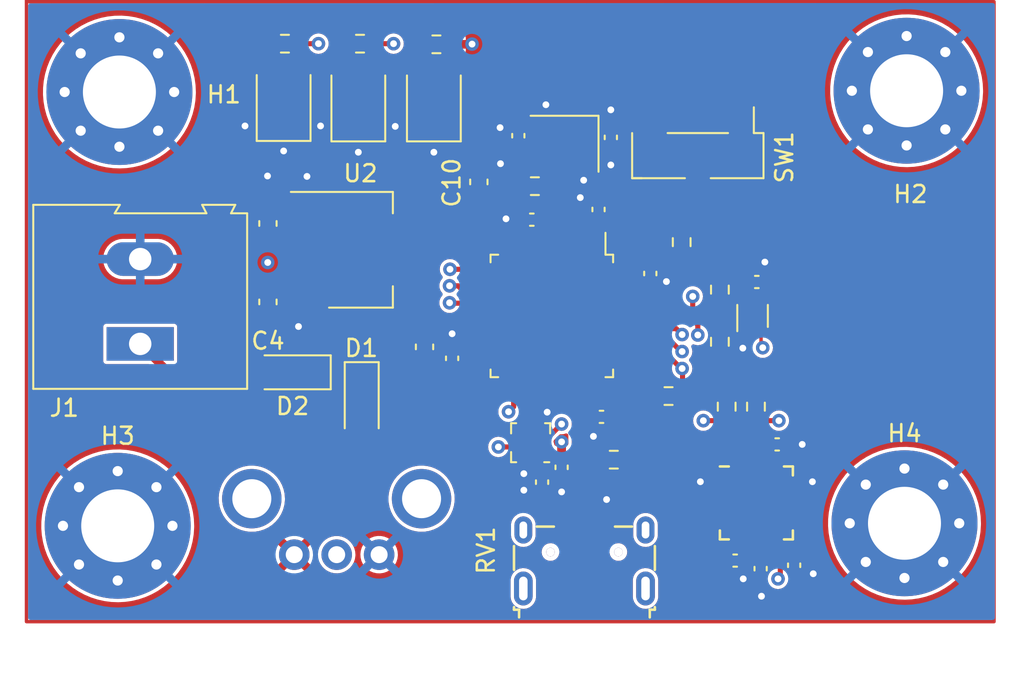
<source format=kicad_pcb>
(kicad_pcb (version 20211014) (generator pcbnew)
  (layers (0 "F.Cu" mixed) (1 "In1.Cu" signal) (2 "In2.Cu" signal) (31 "B.Cu" power) (34 "B.Paste" user) (35 "F.Paste" user) (36 "B.SilkS" user "B.Silkscreen") (37 "F.SilkS" user "F.Silkscreen") (38 "B.Mask" user) (39 "F.Mask" user) (44 "Edge.Cuts" user))
  (net 0 "")
  (net 1 "+3V3")
  (net 2 "GND")
  (net 3 "Net-(C4-Pad2)")
  (net 4 "/Crystal_In")
  (net 5 "Net-(C11-Pad1)")
  (net 6 "Net-(C16-Pad1)")
  (net 7 "VBUS")
  (net 8 "+BATT")
  (net 9 "Net-(D3-Pad2)")
  (net 10 "Net-(D4-Pad2)")
  (net 11 "Net-(D5-Pad2)")
  (net 14 "/PWM_Out")
  (net 15 "/Alert_Notif")
  (net 16 "/Crystal_Out")
  (net 17 "Net-(C17-Pad1)")
  (net 18 "/BMP_CSB")
  (net 19 "/Temp_ALERT")
  (net 20 "/Boot_Mode")
  (net 21 "Net-(R11-Pad2)")
  (net 22 "/RV_In")
  (net 27 "/MPU_INT")
  (net 37 "/BMP_SCK")
  (net 38 "/BMP_SDO")
  (net 39 "/BMP_SDI")
  (net 45 "/BMP_INT")
  (net 50 "/USB_D-")
  (net 51 "/USB_D+")
  (net 52 "/SCL0")
  (net 53 "/SDA0")
  (footprint "Sensor_Motion:InvenSense_QFN-24_4x4mm_P0.5mm" (layer "F.Cu") (at 64.85 93.425)
    (fp_text reference "U4")
    (fp_text value "MPU-6050")
  )
  (footprint "MountingHole:MountingHole_4.3mm_M4_Pad_Via" (layer "F.Cu") (at 27.225 94.775)
    (fp_text reference "H3")
    (fp_text value "MountingHole_Pad")
  )
  (footprint "LED_SMD:LED_1210_3225Metric" (layer "F.Cu") (at 37 69.8 90)
    (fp_text reference "D5")
    (fp_text value "LED_Red")
  )
  (footprint "Diode_SMD:D_SOD-123" (layer "F.Cu") (at 41.6 87.375 -90)
    (fp_text reference "D1")
    (fp_text value "1N5819")
  )
  (footprint "Capacitor_SMD:C_0402_1005Metric" (layer "F.Cu") (at 55.725 88.35 180)
    (fp_text reference "C2")
    (fp_text value "100nF")
  )
  (footprint "Capacitor_SMD:C_0402_1005Metric" (layer "F.Cu") (at 67.075 97.1 -90)
    (fp_text reference "C15")
    (fp_text value "100nF")
  )
  (footprint "Capacitor_SMD:C_0402_1005Metric" (layer "F.Cu") (at 46.925 84.9 90)
    (fp_text reference "C3")
    (fp_text value "100nF")
  )
  (footprint "Capacitor_SMD:C_0402_1005Metric" (layer "F.Cu") (at 55.55 76.125 90)
    (fp_text reference "C1")
    (fp_text value "100nF")
  )
  (footprint "LED_SMD:LED_1210_3225Metric" (layer "F.Cu") (at 45.85 69.825 90)
    (fp_text reference "D3")
    (fp_text value "LED_Green")
  )
  (footprint "Capacitor_SMD:C_0402_1005Metric" (layer "F.Cu") (at 50.825 71.775 90)
    (fp_text reference "C11")
    (fp_text value "12pF")
  )
  (footprint "MountingHole:MountingHole_4.3mm_M4_Pad_Via" (layer "F.Cu") (at 27.325 69.2)
    (fp_text reference "H1")
    (fp_text value "MountingHole_Pad")
  )
  (footprint "Capacitor_SMD:C_0402_1005Metric" (layer "F.Cu") (at 53.375 91.325 90)
    (fp_text reference "C12")
    (fp_text value "100nF")
  )
  (footprint "Package_QFP:LQFP-48_7x7mm_P0.5mm" (layer "F.Cu") (at 52.8 82.4 -90)
    (fp_text reference "U1")
    (fp_text value "STM32F302C8Tx")
  )
  (footprint "Resistor_SMD:R_0603_1608Metric" (layer "F.Cu") (at 60.45 78.05 90)
    (fp_text reference "R11")
    (fp_text value "10k")
  )
  (footprint "Package_TO_SOT_SMD:SOT-223-3_TabPin2" (layer "F.Cu") (at 41.525 78.5)
    (fp_text reference "U2")
    (fp_text value "AMS1117-3.3")
  )
  (footprint "Capacitor_SMD:C_0402_1005Metric" (layer "F.Cu") (at 56.275 71.875 -90)
    (fp_text reference "C9")
    (fp_text value "12pF")
  )
  (footprint "Resistor_SMD:R_0603_1608Metric" (layer "F.Cu") (at 56.45 90.875)
    (fp_text reference "R2")
    (fp_text value "1.5k")
  )
  (footprint "Resistor_SMD:R_0603_1608Metric" (layer "F.Cu") (at 62.7 83.925 90)
    (fp_text reference "R9")
    (fp_text value "4.7k")
  )
  (footprint "Resistor_SMD:R_0603_1608Metric" (layer "F.Cu") (at 51.8 74.75)
    (fp_text reference "R5")
    (fp_text value "47")
  )
  (footprint "Resistor_SMD:R_0603_1608Metric" (layer "F.Cu") (at 63.1 87.75 -90)
    (fp_text reference "R6")
    (fp_text value "4.7k")
  )
  (footprint "Capacitor_SMD:C_0603_1608Metric" (layer "F.Cu") (at 48.5 74.5 90)
    (fp_text reference "C10")
    (fp_text value "1uF")
  )
  (footprint "Capacitor_SMD:C_0402_1005Metric" (layer "F.Cu") (at 63.6 96.825 180)
    (fp_text reference "C14")
    (fp_text value "10nF")
  )
  (footprint "Capacitor_SMD:C_0402_1005Metric" (layer "F.Cu") (at 58.6 79.9 -90)
    (fp_text reference "C5")
    (fp_text value "100nF")
  )
  (footprint "Capacitor_SMD:C_0402_1005Metric" (layer "F.Cu") (at 65.1 97.3 -90)
    (fp_text reference "C17")
    (fp_text value "100nF")
  )
  (footprint "Capacitor_SMD:C_0402_1005Metric" (layer "F.Cu") (at 64.875 80.4)
    (fp_text reference "C18")
    (fp_text value "100nF")
  )
  (footprint "Resistor_SMD:R_0603_1608Metric" (layer "F.Cu") (at 46 66.3875)
    (fp_text reference "R1")
    (fp_text value "330")
  )
  (footprint "Capacitor_SMD:C_0603_1608Metric" (layer "F.Cu") (at 36.075 76.95 -90)
    (fp_text reference "C7")
    (fp_text value "10uF")
  )
  (footprint "Crystal:Crystal_SMD_3225-4Pin_3.2x2.5mm" (layer "F.Cu") (at 53.55 72.25 180)
    (fp_text reference "Y1")
    (fp_text value "X322516MLB4SI")
  )
  (footprint "Resistor_SMD:R_0603_1608Metric" (layer "F.Cu") (at 37.075 66.35 180)
    (fp_text reference "R4")
    (fp_text value "330")
  )
  (footprint "TerminalBlock:TerminalBlock_Altech_AK300-2_P5.00mm" (layer "F.Cu") (at 28.55 84.05 90)
    (fp_text reference "J1")
    (fp_text value "Screw_Terminal_01x02")
  )
  (footprint "Capacitor_SMD:C_0402_1005Metric" (layer "F.Cu") (at 66.075 89.975)
    (fp_text reference "C16")
    (fp_text value "2.2nF")
  )
  (footprint "LED_SMD:LED_1210_3225Metric" (layer "F.Cu") (at 41.4 69.825 90)
    (fp_text reference "D4")
    (fp_text value "LED_Blue")
  )
  (footprint "Resistor_SMD:R_0603_1608Metric" (layer "F.Cu") (at 59.675 87.125)
    (fp_text reference "R8")
    (fp_text value "4.7k")
  )
  (footprint "MountingHole:MountingHole_4.3mm_M4_Pad_Via" (layer "F.Cu") (at 73.575 94.625)
    (fp_text reference "H4")
    (fp_text value "MountingHole_Pad")
  )
  (footprint "Resistor_SMD:R_0603_1608Metric" (layer "F.Cu") (at 41.5 66.35 180)
    (fp_text reference "R3")
    (fp_text value "330")
  )
  (footprint "Package_LGA:ST_HLGA-10_2.5x2.5mm_P0.6mm_LayoutBorder3x2y" (layer "F.Cu") (at 51.55 89.875 -90)
    (fp_text reference "U3")
    (fp_text value "BMP388")
  )
  (footprint "MountingHole:MountingHole_4.3mm_M4_Pad_Via" (layer "F.Cu") (at 73.7 69.125)
    (fp_text reference "H2")
    (fp_text value "MountingHole_Pad")
  )
  (footprint "Potentiometer_THT:Potentiometer_Alps_RK09K_Single_Horizontal" (layer "F.Cu") (at 37.875 96.225 -90)
    (fp_text reference "RV1")
    (fp_text value "R_Potentiometer")
  )
  (footprint "Package_TO_SOT_SMD:SOT-563" (layer "F.Cu") (at 64.625 82.4 90)
    (fp_text reference "U5")
    (fp_text value "TMP112")
  )
  (footprint "Capacitor_SMD:C_0402_1005Metric" (layer "F.Cu") (at 52.225 92.2 90)
    (fp_text reference "C13")
    (fp_text value "100nF")
  )
  (footprint "Connector_PinHeader_2.54mm:PinHeader_1x03_P2.54mm_Vertical_SMD_Pin1Left" (layer "F.Cu") (at 61.4 72.95 -90)
    (fp_text reference "SW1")
    (fp_text value "SW_SPDT")
  )
  (footprint "Connector_USB:USB_Micro-B_Wuerth_629105150521" (layer "F.Cu") (at 54.97 96.72)
    (fp_text reference "J2")
    (fp_text value "USB_B_Micro")
  )
  (footprint "Diode_SMD:D_SOD-123" (layer "F.Cu") (at 37.525 85.725 180)
    (fp_text reference "D2")
    (fp_text value "1N5819")
  )
  (footprint "Capacitor_SMD:C_0603_1608Metric" (layer "F.Cu") (at 45.3 84.225 90)
    (fp_text reference "C6")
    (fp_text value "4.7uF")
  )
  (footprint "Resistor_SMD:R_0603_1608Metric" (layer "F.Cu") (at 64.825 87.75 -90)
    (fp_text reference "R7")
    (fp_text value "4.7k")
  )
  (footprint "Resistor_SMD:R_0603_1608Metric" (layer "F.Cu") (at 62.7 80.85 -90)
    (fp_text reference "R10")
    (fp_text value "4.7k")
  )
  (footprint "Capacitor_SMD:C_0402_1005Metric" (layer "F.Cu") (at 51.62 76.725)
    (fp_text reference "C8")
    (fp_text value "100nF")
  )
  (footprint "Capacitor_SMD:C_0603_1608Metric" (layer "F.Cu") (at 36.075 81.575 90)
    (fp_text reference "C4")
    (fp_text value "10uF")
  )
  (gr_rect (start 21.85 63.875) (end 78.85 100.425) (layer "F.Cu") (width 0.2) (fill none))
  (segment (start 52.3 90.125) (end 53.02 90.845) (width 0.3) (layer "F.Cu") (net 1))
  (segment (start 45.68 85.38) (end 45.3 85) (width 0.3) (layer "F.Cu") (net 1))
  (segment (start 51.14 76.725) (end 51.14 76.989639) (width 0.3) (layer "F.Cu") (net 1))
  (segment (start 63.12 96.825) (end 63.12 96.73) (width 0.3) (layer "F.Cu") (net 1))
  (segment (start 63.12 96.73) (end 63.70048 96.14952) (width 0.3) (layer "F.Cu") (net 1))
  (segment (start 46.825 66.3875) (end 48.0875 66.3875) (width 0.3) (layer "F.Cu") (net 1))
  (segment (start 36.85 78.5) (end 36.075 77.725) (width 0.5) (layer "F.Cu") (net 1))
  (segment (start 55.55 76.605) (end 55.55 78.2375) (width 0.3) (layer "F.Cu") (net 1))
  (segment (start 48.0875 66.3875) (end 48.1 66.375) (width 0.3) (layer "F.Cu") (net 1))
  (segment (start 52.225 91.72) (end 52.225 90.8125) (width 0.3) (layer "F.Cu") (net 1))
  (segment (start 47.155 85.15) (end 46.925 85.38) (width 0.3) (layer "F.Cu") (net 1))
  (segment (start 56.9625 79.65) (end 58.37 79.65) (width 0.3) (layer "F.Cu") (net 1))
  (segment (start 67.075 96.62) (end 67.075 94.95) (width 0.3) (layer "F.Cu") (net 1))
  (segment (start 51.14 76.989639) (end 51.55 77.399639) (width 0.3) (layer "F.Cu") (net 1))
  (segment (start 58.37 79.65) (end 58.6 79.42) (width 0.3) (layer "F.Cu") (net 1))
  (segment (start 63.850841 96.14952) (end 64.1 95.900361) (width 0.3) (layer "F.Cu") (net 1))
  (segment (start 38.375 78.5) (end 36.85 78.5) (width 0.5) (layer "F.Cu") (net 1))
  (segment (start 53.02 90.845) (end 53.375 90.845) (width 0.3) (layer "F.Cu") (net 1))
  (segment (start 52.225 90.8125) (end 52.05 90.6375) (width 0.3) (layer "F.Cu") (net 1))
  (segment (start 36.0625 77.7375) (end 36.075 77.725) (width 0.5) (layer "F.Cu") (net 1))
  (segment (start 64.1 95.900361) (end 64.1 95.375) (width 0.3) (layer "F.Cu") (net 1))
  (segment (start 56.205 87.2175) (end 56.205 88.35) (width 0.3) (layer "F.Cu") (net 1))
  (segment (start 64.625 80.63) (end 64.395 80.4) (width 0.2) (layer "F.Cu") (net 1))
  (segment (start 64.625 81.9) (end 64.625 80.63) (width 0.2) (layer "F.Cu") (net 1))
  (segment (start 46.925 85.38) (end 45.68 85.38) (width 0.3) (layer "F.Cu") (net 1))
  (segment (start 55.55 86.5625) (end 56.205 87.2175) (width 0.3) (layer "F.Cu") (net 1))
  (segment (start 63.70048 96.14952) (end 63.850841 96.14952) (width 0.3) (layer "F.Cu") (net 1))
  (segment (start 48.6375 85.15) (end 47.155 85.15) (width 0.3) (layer "F.Cu") (net 1))
  (segment (start 51.55 77.399639) (end 51.55 78.2375) (width 0.3) (layer "F.Cu") (net 1))
  (segment (start 53.375 90.845) (end 53.375 89.825) (width 0.5) (layer "F.Cu") (net 1))
  (segment (start 67.075 94.95) (end 66.8 94.675) (width 0.3) (layer "F.Cu") (net 1))
  (segment (start 36.0625 79.25) (end 36.0625 77.7375) (width 0.5) (layer "F.Cu") (net 1))
  (via (at 36.0625 79.25) (size 0.8) (drill 0.4) (layers "F.Cu" "B.Cu") (net 1))
  (via (at 53.375 89.825) (size 0.8) (drill 0.4) (layers "F.Cu" "B.Cu") (net 1))
  (via (at 48.1 66.375) (size 0.8) (drill 0.4) (layers "F.Cu" "B.Cu") (net 1))
  (segment (start 54.475 75.425) (end 55.545 75.425) (width 0.5) (layer "F.Cu") (net 2))
  (segment (start 53.375 92.775) (end 53.375 91.805) (width 0.5) (layer "F.Cu") (net 2))
  (segment (start 51.55 90.6375) (end 51.55 91.3) (width 0.3) (layer "F.Cu") (net 2))
  (segment (start 52.05 78.2375) (end 52.05 76.775) (width 0.3) (layer "F.Cu") (net 2))
  (segment (start 46.925 83.45) (end 46.925 84.42) (width 0.5) (layer "F.Cu") (net 2))
  (segment (start 51.155 92.68) (end 51.15 92.675) (width 0.5) (layer "F.Cu") (net 2))
  (segment (start 55.25 89.5) (end 55.25 88.355) (width 0.5) (layer "F.Cu") (net 2))
  (segment (start 52.05 89.1125) (end 52.05 88.55) (width 0.3) (layer "F.Cu") (net 2))
  (segment (start 54.65 74.375) (end 54.675 74.4) (width 0.5) (layer "F.Cu") (net 2))
  (segment (start 49.75 71.3) (end 50.82 71.3) (width 0.5) (layer "F.Cu") (net 2))
  (segment (start 66.8 92.175) (end 68.15 92.175) (width 0.3) (layer "F.Cu") (net 2))
  (segment (start 51.524187 75.96548) (end 50.58452 75.96548) (width 0.5) (layer "F.Cu") (net 2))
  (segment (start 48.6375 84.65) (end 47.155 84.65) (width 0.3) (layer "F.Cu") (net 2))
  (segment (start 48.5 73.725) (end 49.7 73.725) (width 0.5) (layer "F.Cu") (net 2))
  (segment (start 52.45 69.95) (end 52.45 71.4) (width 0.5) (layer "F.Cu") (net 2))
  (segment (start 65.6 96.317715) (end 65.75952 96.477235) (width 0.3) (layer "F.Cu") (net 2))
  (segment (start 55.545 75.425) (end 55.55 75.42) (width 0.5) (layer "F.Cu") (net 2))
  (segment (start 52.05 88.55) (end 52.525 88.075) (width 0.3) (layer "F.Cu") (net 2))
  (segment (start 62.9 92.175) (end 61.55 92.175) (width 0.3) (layer "F.Cu") (net 2))
  (segment (start 41.375 71.2) (end 41.4 71.225) (width 0.5) (layer "F.Cu") (net 2))
  (segment (start 65.75952 97.16548) (end 65.145 97.78) (width 0.3) (layer "F.Cu") (net 2))
  (segment (start 64.105 96.875) (end 64.1 96.87) (width 0.3) (layer "F.Cu") (net 2))
  (segment (start 46.925 84.42) (end 46.27 84.42) (width 0.3) (layer "F.Cu") (net 2))
  (segment (start 65.125 80.63) (end 65.355 80.4) (width 0.2) (layer "F.Cu") (net 2))
  (segment (start 64.625 83.725) (end 64.625 82.9) (width 0.2) (layer "F.Cu") (net 2))
  (segment (start 50.93 71.4) (end 50.825 71.295) (width 0.5) (layer "F.Cu") (net 2))
  (segment (start 36.05 74.15) (end 36.05 76.15) (width 0.5) (layer "F.Cu") (net 2))
  (segment (start 52.225 92.68) (end 51.155 92.68) (width 0.5) (layer "F.Cu") (net 2))
  (segment (start 39.175 71.2) (end 41.375 71.2) (width 0.5) (layer "F.Cu") (net 2))
  (segment (start 55.25 88.355) (end 55.245 88.35) (width 0.5) (layer "F.Cu") (net 2))
  (segment (start 43.575 71.225) (end 45.85 71.225) (width 0.5) (layer "F.Cu") (net 2))
  (segment (start 65.145 97.78) (end 65.1 97.78) (width 0.3) (layer "F.Cu") (net 2))
  (segment (start 49.7 73.5) (end 49.775 73.425) (width 0.5) (layer "F.Cu") (net 2))
  (segment (start 51.05 91.6) (end 51.15 91.7) (width 0.3) (layer "F.Cu") (net 2))
  (segment (start 57.815 70.25) (end 58.86 71.295) (width 0.5) (layer "F.Cu") (net 2))
  (segment (start 56.02 95.32) (end 56.02 93.23) (width 0.5) (layer "F.Cu") (net 2))
  (segment (start 54.65 73.1) (end 54.65 74.375) (width 0.5) (layer "F.Cu") (net 2))
  (segment (start 56.9625 80.15) (end 58.37 80.15) (width 0.3) (layer "F.Cu") (net 2))
  (segment (start 64.075 96.83) (end 64.08 96.825) (width 0.5) (layer "F.Cu") (net 2))
  (segment (start 45.85 72.75) (end 45.85 71.225) (width 0.5) (layer "F.Cu") (net 2))
  (segment (start 36.075 82.35) (end 37.2 82.35) (width 0.5) (layer "F.Cu") (net 2))
  (segment (start 56.02 93.23) (end 56.025 93.225) (width 0.5) (layer "F.Cu") (net 2))
  (segment (start 34.725 71.2) (end 37 71.2) (width 0.5) (layer "F.Cu") (net 2))
  (segment (start 58.605 80.375) (end 58.6 80.38) (width 0.5) (layer "F.Cu") (net 2))
  (segment (start 52.1 76.725) (end 52.1 76.541293) (width 0.5) (layer "F.Cu") (net 2))
  (segment (start 64.075 97.9) (end 64.075 96.83) (width 0.5) (layer "F.Cu") (net 2))
  (segment (start 64.05 84.3) (end 64.625 83.725) (width 0.2) (layer "F.Cu") (net 2))
  (segment (start 50.82 71.3) (end 50.825 71.295) (width 0.5) (layer "F.Cu") (net 2))
  (segment (start 37 72.675) (end 37 71.2) (width 0.5) (layer "F.Cu") (net 2))
  (segment (start 64.6 96.305) (end 64.08 96.825) (width 0.3) (layer "F.Cu") (net 2))
  (segment (start 52.05 76.775) (end 52.1 76.725) (width 0.3) (layer "F.Cu") (net 2))
  (segment (start 46.27 84.42) (end 45.3 83.45) (width 0.3) (layer "F.Cu") (net 2))
  (segment (start 64.6 95.375) (end 64.6 96.305) (width 0.3) (layer "F.Cu") (net 2))
  (segment (start 52.45 71.4) (end 50.93 71.4) (width 0.5) (layer "F.Cu") (net 2))
  (segment (start 45.85 71.225) (end 45.65 71.025) (width 0.25) (layer "F.Cu") (net 2))
  (segment (start 50.58452 75.96548) (end 50.1 76.45) (width 0.5) (layer "F.Cu") (net 2))
  (segment (start 68.18 97.58) (end 68.2 97.6) (width 0.5) (layer "F.Cu") (net 2))
  (segment (start 65.355 79.23) (end 65.35 79.225) (width 0.5) (layer "F.Cu") (net 2))
  (segment (start 37.2 82.35) (end 37.875 83.025) (width 0.5) (layer "F.Cu") (net 2))
  (segment (start 65.125 81.9) (end 65.125 80.63) (width 0.2) (layer "F.Cu") (net 2))
  (segment (start 55.05 88.155) (end 55.05 86.5625) (width 0.3) (layer "F.Cu") (net 2))
  (segment (start 65.1 97.78) (end 65.1 98.875) (width 0.5) (layer "F.Cu") (net 2))
  (segment (start 56.275 73.5) (end 56.275 72.355) (width 0.5) (layer "F.Cu") (net 2))
  (segment (start 52.1 76.541293) (end 51.524187 75.96548) (width 0.5) (layer "F.Cu") (net 2))
  (segment (start 47.155 84.65) (end 46.925 84.42) (width 0.3) (layer "F.Cu") (net 2))
  (segment (start 65.355 80.4) (end 65.355 79.23) (width 0.5) (layer "F.Cu") (net 2))
  (segment (start 56.275 70.25) (end 57.815 70.25) (width 0.5) (layer "F.Cu") (net 2))
  (segment (start 50.1 76.45) (end 50.1 76.675) (width 0.5) (layer "F.Cu") (net 2))
  (segment (start 36.1 76.2) (end 36.075 76.175) (width 0.5) (layer "F.Cu") (net 2))
  (segment (start 65.1 98.875) (end 65.15 98.925) (width 0.5) (layer "F.Cu") (net 2))
  (segment (start 41.4 72.75) (end 41.4 71.225) (width 0.5) (layer "F.Cu") (net 2))
  (segment (start 65.75952 96.477235) (end 65.75952 97.16548) (width 0.3) (layer "F.Cu") (net 2))
  (segment (start 65.6 95.375) (end 65.6 96.317715) (width 0.3) (layer "F.Cu") (net 2))
  (segment (start 51.05 90.6375) (end 51.05 91.6) (width 0.3) (layer "F.Cu") (net 2))
  (segment (start 36.05 76.15) (end 36.075 76.175) (width 0.5) (layer "F.Cu") (net 2))
  (segment (start 51.55 91.3) (end 51.15 91.7) (width 0.3) (layer "F.Cu") (net 2))
  (segment (start 66.555 89.975) (end 67.55 89.975) (width 0.5) (layer "F.Cu") (net 2))
  (segment (start 59.55 80.375) (end 58.605 80.375) (width 0.5) (layer "F.Cu") (net 2))
  (segment (start 38.375 74.175) (end 38.375 76.2) (width 0.5) (layer "F.Cu") (net 2))
  (segment (start 55.245 88.35) (end 55.05 88.155) (width 0.3) (layer "F.Cu") (net 2))
  (segment (start 58.37 80.15) (end 58.6 80.38) (width 0.3) (layer "F.Cu") (net 2))
  (segment (start 67.075 97.58) (end 68.18 97.58) (width 0.5) (layer "F.Cu") (net 2))
  (via (at 52.525 88.075) (size 0.8) (drill 0.4) (layers "F.Cu" "B.Cu") (net 2))
  (via (at 53.375 92.775) (size 0.8) (drill 0.4) (layers "F.Cu" "B.Cu") (net 2))
  (via (at 50.1 76.675) (size 0.8) (drill 0.4) (layers "F.Cu" "B.Cu") (net 2))
  (via (at 61.55 92.175) (size 0.8) (drill 0.4) (layers "F.Cu" "B.Cu") (net 2))
  (via (at 41.4 72.75) (size 0.8) (drill 0.4) (layers "F.Cu" "B.Cu") (net 2))
  (via (at 45.85 72.75) (size 0.8) (drill 0.4) (layers "F.Cu" "B.Cu") (net 2))
  (via (at 64.05 84.3) (size 0.8) (drill 0.4) (layers "F.Cu" "B.Cu") (net 2))
  (via (at 56.275 73.5) (size 0.8) (drill 0.4) (layers "F.Cu" "B.Cu") (net 2))
  (via (at 56.025 93.225) (size 0.8) (drill 0.4) (layers "F.Cu" "B.Cu") (net 2))
  (via (at 65.35 79.225) (size 0.8) (drill 0.4) (layers "F.Cu" "B.Cu") (net 2))
  (via (at 65.15 98.925) (size 0.8) (drill 0.4) (layers "F.Cu" "B.Cu") (net 2))
  (via (at 54.675 74.4) (size 0.8) (drill 0.4) (layers "F.Cu" "B.Cu") (net 2))
  (via (at 68.2 97.6) (size 0.8) (drill 0.4) (layers "F.Cu" "B.Cu") (net 2))
  (via (at 37.875 83.025) (size 0.8) (drill 0.4) (layers "F.Cu" "B.Cu") (net 2))
  (via (at 51.15 92.675) (size 0.8) (drill 0.4) (layers "F.Cu" "B.Cu") (net 2))
  (via (at 39.175 71.2) (size 0.8) (drill 0.4) (layers "F.Cu" "B.Cu") (net 2))
  (via (at 49.775 73.425) (size 0.8) (drill 0.4) (layers "F.Cu" "B.Cu") (net 2))
  (via (at 64.075 97.9) (size 0.8) (drill 0.4) (layers "F.Cu" "B.Cu") (net 2))
  (via (at 43.575 71.225) (size 0.8) (drill 0.4) (layers "F.Cu" "B.Cu") (net 2))
  (via (at 37 72.675) (size 0.8) (drill 0.4) (layers "F.Cu" "B.Cu") (net 2))
  (via (at 54.475 75.425) (size 0.8) (drill 0.4) (layers "F.Cu" "B.Cu") (net 2))
  (via (at 55.25 89.5) (size 0.8) (drill 0.4) (layers "F.Cu" "B.Cu") (net 2))
  (via (at 36.05 74.15) (size 0.8) (drill 0.4) (layers "F.Cu" "B.Cu") (net 2))
  (via (at 38.375 74.175) (size 0.8) (drill 0.4) (layers "F.Cu" "B.Cu") (net 2))
  (via (at 67.55 89.975) (size 0.8) (drill 0.4) (layers "F.Cu" "B.Cu") (net 2))
  (via (at 52.45 69.95) (size 0.8) (drill 0.4) (layers "F.Cu" "B.Cu") (net 2))
  (via (at 59.55 80.375) (size 0.8) (drill 0.4) (layers "F.Cu" "B.Cu") (net 2))
  (via (at 49.75 71.3) (size 0.8) (drill 0.4) (layers "F.Cu" "B.Cu") (net 2))
  (via (at 34.725 71.2) (size 0.8) (drill 0.4) (layers "F.Cu" "B.Cu") (net 2))
  (via (at 46.925 83.45) (size 0.8) (drill 0.4) (layers "F.Cu" "B.Cu") (net 2))
  (via (at 68.15 92.175) (size 0.8) (drill 0.4) (layers "F.Cu" "B.Cu") (net 2))
  (via (at 51.15 91.7) (size 0.8) (drill 0.4) (layers "F.Cu" "B.Cu") (net 2))
  (via (at 56.275 70.25) (size 0.8) (drill 0.4) (layers "F.Cu" "B.Cu") (net 2))
  (segment (start 75.175 95.525) (end 75.35 95.525) (width 0.5) (layer "B.Cu") (net 2))
  (segment (start 75.35 97.425) (end 75.35 95.525) (width 0.5) (layer "B.Cu") (net 2))
  (segment (start 39.175 81.6) (end 38.375 80.8) (width 0.5) (layer "F.Cu") (net 3))
  (segment (start 39.175 85.725) (end 39.175 81.6) (width 0.5) (layer "F.Cu") (net 3))
  (segment (start 36.075 80.8) (end 38.375 80.8) (width 0.5) (layer "F.Cu") (net 3))
  (segment (start 41.6 85.725) (end 39.175 85.725) (width 0.5) (layer "F.Cu") (net 3))
  (segment (start 53.55 72.4) (end 54.55 71.4) (width 0.3) (layer "F.Cu") (net 4))
  (segment (start 53.55 78.2375) (end 53.55 72.4) (width 0.3) (layer "F.Cu") (net 4))
  (segment (start 56.275 71.395) (end 54.655 71.395) (width 0.3) (layer "F.Cu") (net 4))
  (segment (start 54.65 71.4) (end 54.55 71.4) (width 0.3) (layer "F.Cu") (net 4))
  (segment (start 54.655 71.395) (end 54.65 71.4) (width 0.3) (layer "F.Cu") (net 4))
  (segment (start 52.455 73.105) (end 52.45 73.1) (width 0.3) (layer "F.Cu") (net 5))
  (segment (start 51.67 73.1) (end 52.45 73.1) (width 0.3) (layer "F.Cu") (net 5))
  (segment (start 52.45 73.1) (end 52.45 73.275) (width 0.3) (layer "F.Cu") (net 5))
  (segment (start 50.825 72.255) (end 51.67 73.1) (width 0.3) (layer "F.Cu") (net 5))
  (segment (start 52.45 73.275) (end 50.975 74.75) (width 0.3) (layer "F.Cu") (net 5))
  (segment (start 65.6 89.98) (end 65.595 89.975) (width 0.3) (layer "F.Cu") (net 6))
  (segment (start 65.6 91.475) (end 65.6 89.98) (width 0.3) (layer "F.Cu") (net 6))
  (segment (start 41.6 89.025) (end 46.36932 89.025) (width 0.4) (layer "F.Cu") (net 7))
  (segment (start 50.91932 93.575) (end 53.175 93.575) (width 0.4) (layer "F.Cu") (net 7))
  (segment (start 46.36932 89.025) (end 50.91932 93.575) (width 0.4) (layer "F.Cu") (net 7))
  (segment (start 53.42 93.82) (end 53.175 93.575) (width 0.4) (layer "F.Cu") (net 7))
  (segment (start 53.42 95.32) (end 53.42 93.82) (width 0.4) (layer "F.Cu") (net 7))
  (segment (start 30.225 85.725) (end 28.55 84.05) (width 0.5) (layer "F.Cu") (net 8))
  (segment (start 35.875 85.725) (end 30.225 85.725) (width 0.5) (layer "F.Cu") (net 8))
  (segment (start 45.85 67.0625) (end 45.175 66.3875) (width 0.3) (layer "F.Cu") (net 9))
  (segment (start 45.85 68.425) (end 45.85 67.0625) (width 0.3) (layer "F.Cu") (net 9))
  (segment (start 41.4 67.075) (end 40.675 66.35) (width 0.3) (layer "F.Cu") (net 10))
  (segment (start 41.4 68.425) (end 41.4 67.075) (width 0.3) (layer "F.Cu") (net 10))
  (segment (start 36.975 67.075) (end 36.25 66.35) (width 0.3) (layer "F.Cu") (net 11))
  (segment (start 36.975 68.425) (end 36.975 67.075) (width 0.3) (layer "F.Cu") (net 11))
  (segment (start 46.775 80.625) (end 47.274639 80.625) (width 0.3) (layer "F.Cu") (net 14))
  (segment (start 43.475 66.35) (end 42.325 66.35) (width 0.3) (layer "F.Cu") (net 14))
  (segment (start 47.799639 81.15) (end 48.6375 81.15) (width 0.3) (layer "F.Cu") (net 14))
  (segment (start 47.274639 80.625) (end 47.799639 81.15) (width 0.3) (layer "F.Cu") (net 14))
  (via (at 43.475 66.35) (size 0.8) (drill 0.4) (layers "F.Cu" "B.Cu") (net 14))
  (via (at 46.775 80.625) (size 0.8) (drill 0.4) (layers "F.Cu" "B.Cu") (net 14))
  (segment (start 46.8 81.65) (end 48.6375 81.65) (width 0.3) (layer "F.Cu") (net 15))
  (segment (start 39.05 66.35) (end 37.9 66.35) (width 0.3) (layer "F.Cu") (net 15))
  (segment (start 46.775 81.625) (end 46.8 81.65) (width 0.3) (layer "F.Cu") (net 15))
  (via (at 39.05 66.35) (size 0.8) (drill 0.4) (layers "F.Cu" "B.Cu") (net 15))
  (via (at 46.775 81.625) (size 0.8) (drill 0.4) (layers "F.Cu" "B.Cu") (net 15))
  (segment (start 53.05 75.175) (end 52.625 74.75) (width 0.3) (layer "F.Cu") (net 16))
  (segment (start 53.05 78.2375) (end 53.05 75.175) (width 0.3) (layer "F.Cu") (net 16))
  (segment (start 65.1 96.82) (end 65.1 95.375) (width 0.3) (layer "F.Cu") (net 17))
  (segment (start 50.76503 89.625) (end 50.8 89.625) (width 0.3) (layer "F.Cu") (net 18))
  (segment (start 49.500489 87.112011) (end 49.500489 88.360459) (width 0.3) (layer "F.Cu") (net 18))
  (segment (start 49.500489 88.360459) (end 50.76503 89.625) (width 0.3) (layer "F.Cu") (net 18))
  (segment (start 50.05 86.5625) (end 49.500489 87.112011) (width 0.3) (layer "F.Cu") (net 18))
  (segment (start 65.125 82.9) (end 65.125 84.175) (width 0.2) (layer "F.Cu") (net 19))
  (segment (start 59.06503 84.15) (end 60.41503 85.5) (width 0.3) (layer "F.Cu") (net 19))
  (segment (start 56.9625 84.15) (end 59.06503 84.15) (width 0.3) (layer "F.Cu") (net 19))
  (segment (start 60.41503 85.5) (end 60.475 85.5) (width 0.3) (layer "F.Cu") (net 19))
  (segment (start 60.5 87.125) (end 60.5 85.525) (width 0.3) (layer "F.Cu") (net 19))
  (segment (start 65.144511 82.919511) (end 65.144511 82.880489) (width 0.3) (layer "F.Cu") (net 19))
  (segment (start 65.225 84.275) (end 65.144511 84.194511) (width 0.3) (layer "F.Cu") (net 19))
  (segment (start 60.5 85.525) (end 60.475 85.5) (width 0.3) (layer "F.Cu") (net 19))
  (segment (start 65.125 84.175) (end 65.225 84.275) (width 0.2) (layer "F.Cu") (net 19))
  (segment (start 65.144511 82.880489) (end 65.15 82.875) (width 0.3) (layer "F.Cu") (net 19))
  (via (at 65.225 84.275) (size 0.8) (drill 0.4) (layers "F.Cu" "B.Cu") (net 19))
  (via (at 60.475 85.5) (size 0.8) (drill 0.4) (layers "F.Cu" "B.Cu") (net 19))
  (segment (start 60.45 80.53497) (end 60.45 78.875) (width 0.3) (layer "F.Cu") (net 20))
  (segment (start 56.9625 81.65) (end 59.33497 81.65) (width 0.3) (layer "F.Cu") (net 20))
  (segment (start 59.33497 81.65) (end 60.45 80.53497) (width 0.3) (layer "F.Cu") (net 20))
  (segment (start 60.45 77.225) (end 61.4 76.275) (width 0.3) (layer "F.Cu") (net 21))
  (segment (start 61.4 76.275) (end 61.4 74.605) (width 0.3) (layer "F.Cu") (net 21))
  (segment (start 46.8 79.65) (end 48.6375 79.65) (width 0.3) (layer "F.Cu") (net 22))
  (via (at 46.8 79.65) (size 0.8) (drill 0.4) (layers "F.Cu" "B.Cu") (net 22))
  (segment (start 66.259039 97.765961) (end 66.259039 95.534039) (width 0.3) (layer "F.Cu") (net 27))
  (segment (start 66.125 97.9) (end 66.259039 97.765961) (width 0.3) (layer "F.Cu") (net 27))
  (segment (start 66.259039 95.534039) (end 66.1 95.375) (width 0.3) (layer "F.Cu") (net 27))
  (segment (start 60.125 83.15) (end 60.475 83.5) (width 0.3) (layer "F.Cu") (net 27))
  (segment (start 56.9625 83.15) (end 60.125 83.15) (width 0.3) (layer "F.Cu") (net 27))
  (via (at 60.475 83.5) (size 0.8) (drill 0.4) (layers "F.Cu" "B.Cu") (net 27))
  (via (at 66.125 97.9) (size 0.8) (drill 0.4) (layers "F.Cu" "B.Cu") (net 27))
  (segment (start 52.3 89.625) (end 52.525 89.625) (width 0.3) (layer "F.Cu") (net 37))
  (segment (start 52.525 89.625) (end 53.375 88.775) (width 0.3) (layer "F.Cu") (net 37))
  (segment (start 50.55 87.75) (end 50.25 88.05) (width 0.3) (layer "F.Cu") (net 37))
  (segment (start 50.55 86.5625) (end 50.55 87.75) (width 0.3) (layer "F.Cu") (net 37))
  (via (at 50.25 88.05) (size 0.8) (drill 0.4) (layers "F.Cu" "B.Cu") (net 37))
  (via (at 53.375 88.775) (size 0.8) (drill 0.4) (layers "F.Cu" "B.Cu") (net 37))
  (segment (start 53.375 88.775) (end 53.36503 88.775) (width 0.3) (layer "B.Cu") (net 37))
  (segment (start 53.36503 88.775) (end 53.315519 88.824511) (width 0.3) (layer "B.Cu") (net 37))
  (segment (start 51.05 89.1125) (end 51.05 86.5625) (width 0.3) (layer "F.Cu") (net 38))
  (segment (start 51.55 89.1125) (end 51.55 86.5625) (width 0.3) (layer "F.Cu") (net 39))
  (segment (start 56.9625 83.65) (end 59.56503 83.65) (width 0.3) (layer "F.Cu") (net 45))
  (segment (start 59.56503 83.65) (end 60.41503 84.5) (width 0.3) (layer "F.Cu") (net 45))
  (segment (start 49.65 90.125) (end 50.8 90.125) (width 0.3) (layer "F.Cu") (net 45))
  (segment (start 60.41503 84.5) (end 60.475 84.5) (width 0.3) (layer "F.Cu") (net 45))
  (via (at 60.475 84.5) (size 0.8) (drill 0.4) (layers "F.Cu" "B.Cu") (net 45))
  (via (at 49.65 90.125) (size 0.8) (drill 0.4) (layers "F.Cu" "B.Cu") (net 45))
  (segment (start 53.574999 87.98574) (end 53.574999 86.587499) (width 0.2) (layer "F.Cu") (net 50))
  (segment (start 54.07 95.306397) (end 54.074511 95.301886) (width 0.2) (layer "F.Cu") (net 50))
  (segment (start 54.074511 95.301886) (end 54.074511 88.485252) (width 0.2) (layer "F.Cu") (net 50))
  (segment (start 53.574999 86.587499) (end 53.55 86.5625) (width 0.2) (layer "F.Cu") (net 50))
  (segment (start 54.07 95.32) (end 54.07 95.306397) (width 0.2) (layer "F.Cu") (net 50))
  (segment (start 54.074511 88.485252) (end 53.574999 87.98574) (width 0.2) (layer "F.Cu") (net 50))
  (segment (start 54.874004 90.875) (end 54.524502 90.525498) (width 0.3) (layer "F.Cu") (net 51))
  (segment (start 54.524502 90.525498) (end 54.524502 88.298859) (width 0.2) (layer "F.Cu") (net 51))
  (segment (start 54.72 95.32) (end 54.569511 95.169511) (width 0.2) (layer "F.Cu") (net 51))
  (segment (start 54.524502 88.298859) (end 54.025001 87.799358) (width 0.2) (layer "F.Cu") (net 51))
  (segment (start 54.025001 86.587499) (end 54.05 86.5625) (width 0.2) (layer "F.Cu") (net 51))
  (segment (start 55.625 90.875) (end 54.874004 90.875) (width 0.3) (layer "F.Cu") (net 51))
  (segment (start 54.569511 93.296149) (end 54.524502 93.25114) (width 0.2) (layer "F.Cu") (net 51))
  (segment (start 54.569511 95.169511) (end 54.569511 93.296149) (width 0.2) (layer "F.Cu") (net 51))
  (segment (start 54.524502 93.25114) (end 54.524502 90.525498) (width 0.2) (layer "F.Cu") (net 51))
  (segment (start 54.025001 87.799358) (end 54.025001 86.587499) (width 0.2) (layer "F.Cu") (net 51))
  (segment (start 62.25 82.65) (end 62.7 83.1) (width 0.3) (layer "F.Cu") (net 52))
  (segment (start 61.25 82.65) (end 62.25 82.65) (width 0.3) (layer "F.Cu") (net 52))
  (segment (start 61.4 82.925) (end 61.125 82.65) (width 0.3) (layer "F.Cu") (net 52))
  (segment (start 62.9 82.9) (end 62.7 83.1) (width 0.2) (layer "F.Cu") (net 52))
  (segment (start 64.1 89.3) (end 64.825 88.575) (width 0.3) (layer "F.Cu") (net 52))
  (segment (start 64.105489 82.919511) (end 64.105489 82.880489) (width 0.3) (layer "F.Cu") (net 52))
  (segment (start 56.9625 82.65) (end 61.125 82.65) (width 0.3) (layer "F.Cu") (net 52))
  (segment (start 64.1 91.475) (end 64.1 89.3) (width 0.3) (layer "F.Cu") (net 52))
  (segment (start 61.4 83.525) (end 61.4 82.925) (width 0.3) (layer "F.Cu") (net 52))
  (segment (start 66.175 88.575) (end 64.825 88.575) (width 0.3) (layer "F.Cu") (net 52))
  (segment (start 64.125 82.9) (end 62.9 82.9) (width 0.2) (layer "F.Cu") (net 52))
  (segment (start 61.125 82.65) (end 61.25 82.65) (width 0.3) (layer "F.Cu") (net 52))
  (via (at 66.175 88.575) (size 0.8) (drill 0.4) (layers "F.Cu" "B.Cu") (net 52))
  (via (at 61.4 83.525) (size 0.8) (drill 0.4) (layers "F.Cu" "B.Cu") (net 52))
  (segment (start 64.105489 81.880489) (end 64.105489 81.919511) (width 0.3) (layer "F.Cu") (net 53))
  (segment (start 63.1 88.575) (end 61.725 88.575) (width 0.3) (layer "F.Cu") (net 53))
  (segment (start 59.541398 82.15) (end 59.25 82.15) (width 0.3) (layer "F.Cu") (net 53))
  (segment (start 63.6 89.075) (end 63.1 88.575) (width 0.3) (layer "F.Cu") (net 53))
  (segment (start 64.125 81.9) (end 62.925 81.9) (width 0.2) (layer "F.Cu") (net 53))
  (segment (start 62.925 81.9) (end 62.7 81.675) (width 0.2) (layer "F.Cu") (net 53))
  (segment (start 62.225 82.15) (end 62.7 81.675) (width 0.3) (layer "F.Cu") (net 53))
  (segment (start 60.85 82.15) (end 62.225 82.15) (width 0.3) (layer "F.Cu") (net 53))
  (segment (start 63.6 91.475) (end 63.6 89.075) (width 0.3) (layer "F.Cu") (net 53))
  (segment (start 61.1 81.25) (end 61.1 81.9) (width 0.3) (layer "F.Cu") (net 53))
  (segment (start 61.1 81.9) (end 60.85 82.15) (width 0.3) (layer "F.Cu") (net 53))
  (segment (start 56.9625 82.15) (end 60.85 82.15) (width 0.3) (layer "F.Cu") (net 53))
  (via (at 61.725 88.575) (size 0.8) (drill 0.4) (layers "F.Cu" "B.Cu") (net 53))
  (via (at 61.1 81.25) (size 0.8) (drill 0.4) (layers "F.Cu" "B.Cu") (net 53))
  (zone (net 1) (net_name "+3V3") (layer "F.Cu") (connect_pads (clearance 0)) (min_thickness 0.254) (fill yes (thermal_gap 0.508) (thermal_bridge_width 0.508))
    (polygon (pts (xy 78.95 63.975) (xy 78.95 100.325) (xy 21.95 100.325) (xy 21.95 63.95)))
  )
  (zone (net 2) (net_name "GND") (layer "B.Cu") (connect_pads (clearance 0)) (min_thickness 0.254) (fill yes (thermal_gap 0.508) (thermal_bridge_width 0.508))
    (polygon (pts (xy 78.9 100.325) (xy 21.95 100.325) (xy 21.95 63.975) (xy 78.9 63.95)))
  )
)
</source>
